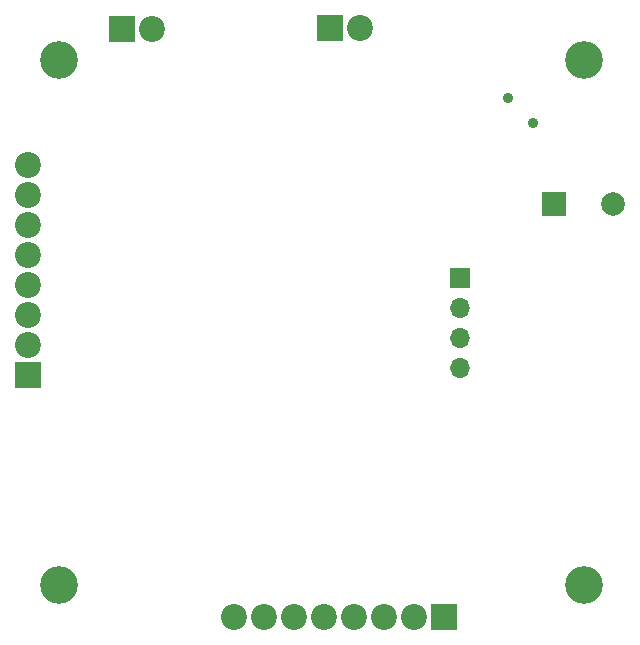
<source format=gbs>
G04 #@! TF.GenerationSoftware,KiCad,Pcbnew,(6.0.7)*
G04 #@! TF.CreationDate,2023-06-27T13:09:13-07:00*
G04 #@! TF.ProjectId,OBC-Attempt-5_Matcha_2_Layer_3,4f42432d-4174-4746-956d-70742d355f4d,rev?*
G04 #@! TF.SameCoordinates,Original*
G04 #@! TF.FileFunction,Soldermask,Bot*
G04 #@! TF.FilePolarity,Negative*
%FSLAX46Y46*%
G04 Gerber Fmt 4.6, Leading zero omitted, Abs format (unit mm)*
G04 Created by KiCad (PCBNEW (6.0.7)) date 2023-06-27 13:09:13*
%MOMM*%
%LPD*%
G01*
G04 APERTURE LIST*
%ADD10C,3.200000*%
%ADD11C,0.900000*%
%ADD12R,2.200000X2.200000*%
%ADD13C,2.200000*%
%ADD14R,2.000000X2.000000*%
%ADD15C,2.000000*%
%ADD16R,1.700000X1.700000*%
%ADD17O,1.700000X1.700000*%
G04 APERTURE END LIST*
D10*
X76200000Y-76200000D03*
X31750000Y-31750000D03*
X76200000Y-31750000D03*
X31750000Y-76200000D03*
D11*
X69699340Y-34929340D03*
X71820660Y-37050660D03*
D12*
X37080000Y-29060000D03*
D13*
X39620000Y-29060000D03*
D14*
X73610000Y-43880000D03*
D15*
X78610000Y-43880000D03*
D16*
X65700000Y-50150000D03*
D17*
X65700000Y-52690000D03*
X65700000Y-55230000D03*
X65700000Y-57770000D03*
D12*
X29120000Y-58390000D03*
D13*
X29120000Y-55850000D03*
X29120000Y-53310000D03*
X29120000Y-50770000D03*
X29120000Y-48230000D03*
X29120000Y-45690000D03*
X29120000Y-43150000D03*
X29120000Y-40610000D03*
D12*
X64330400Y-78836600D03*
D13*
X61790400Y-78836600D03*
X59250400Y-78836600D03*
X56710400Y-78836600D03*
X54170400Y-78836600D03*
X51630400Y-78836600D03*
X49090400Y-78836600D03*
X46550400Y-78836600D03*
D12*
X54700000Y-29000000D03*
D13*
X57240000Y-29000000D03*
M02*

</source>
